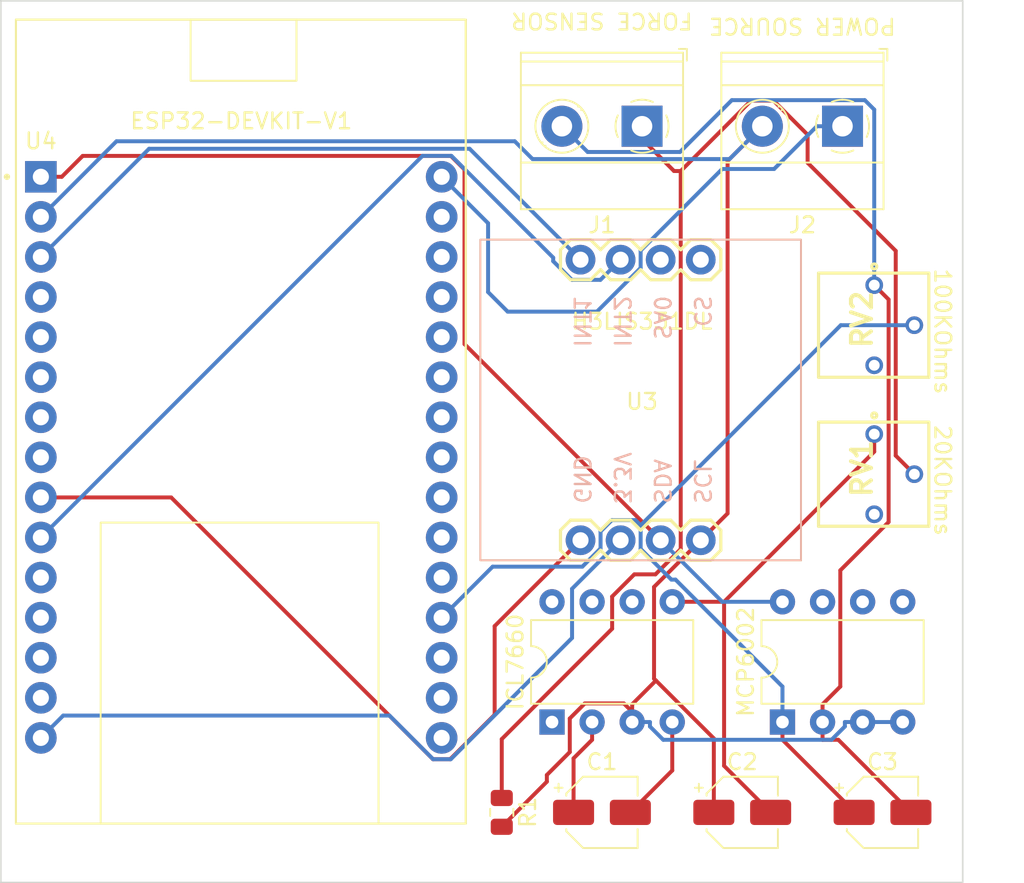
<source format=kicad_pcb>
(kicad_pcb (version 20211014) (generator pcbnew)
  (layers (0 "F.Cu" signal) (31 "B.Cu" signal) (34 "B.Paste" user) (35 "F.Paste" user) (36 "B.SilkS" user "B.Silkscreen") (37 "F.SilkS" user "F.Silkscreen") (38 "B.Mask" user) (39 "F.Mask" user) (44 "Edge.Cuts" user))
  (net 0 "")
  (net 1 "Net-(C1-Pad1)")
  (net 2 "Net-(C1-Pad2)")
  (net 3 "GND")
  (net 4 "Net-(C2-Pad2)")
  (net 5 "Vout")
  (net 6 "Net-(C3-Pad2)")
  (net 7 "Net-(J1-Pad1)")
  (net 10 "SCL")
  (net 11 "MOSI")
  (net 12 "3.3v")
  (net 13 "CS")
  (net 14 "MISO")
  (net 39 "3.3Vin")
  (footprint "Package_DIP:DIP-8_W7.62mm" (layer "F.Cu") (at 141.615 104.13 90)
    (fp_text reference "ICL7660" (at 3.81 -2.33 90) (layer "F.SilkS"))
    (fp_text value "ICL7660")
    (fp_line (start 1.16 8.95) (end 6.46 8.95) (layer "F.SilkS") (width 0.12))
    (fp_line (start 1.16 -1.33) (end 1.16 8.95) (layer "F.SilkS") (width 0.12))
    (fp_line (start 6.46 -1.33) (end 4.81 -1.33) (layer "F.SilkS") (width 0.12))
    (fp_line (start 6.46 8.95) (end 6.46 -1.33) (layer "F.SilkS") (width 0.12))
    (fp_line (start 2.81 -1.33) (end 1.16 -1.33) (layer "F.SilkS") (width 0.12))
    (fp_arc (start 4.81 -1.33) (mid 3.81 -0.33) (end 2.81 -1.33) (layer "F.SilkS") (width 0.12))
    (pad "1" thru_hole rect (at 0 0 90) (size 1.6 1.6) (drill 0.8) (layers *.Cu *.Mask))
    (pad "2" thru_hole oval (at 0 2.54 90) (size 1.6 1.6) (drill 0.8) (layers *.Cu *.Mask) (net 1 "Net-(C1-Pad1)"))
    (pad "3" thru_hole oval (at 0 5.08 90) (size 1.6 1.6) (drill 0.8) (layers *.Cu *.Mask) (net 3 "GND"))
    (pad "4" thru_hole oval (at 0 7.62 90) (size 1.6 1.6) (drill 0.8) (layers *.Cu *.Mask) (net 2 "Net-(C1-Pad2)"))
    (pad "5" thru_hole oval (at 7.62 7.62 90) (size 1.6 1.6) (drill 0.8) (layers *.Cu *.Mask) (net 4 "Net-(C2-Pad2)"))
    (pad "6" thru_hole oval (at 7.62 5.08 90) (size 1.6 1.6) (drill 0.8) (layers *.Cu *.Mask))
    (pad "7" thru_hole oval (at 7.62 2.54 90) (size 1.6 1.6) (drill 0.8) (layers *.Cu *.Mask))
    (pad "8" thru_hole oval (at 7.62 0 90) (size 1.6 1.6) (drill 0.8) (layers *.Cu *.Mask))
  )
  (footprint "TerminalBlock_Phoenix:TerminalBlock_Phoenix_MKDS-1,5-2-5.08_1x02_P5.08mm_Horizontal" (layer "F.Cu") (at 147.32 66.37 180)
    (fp_text reference "J1" (at 2.54 -6.26) (layer "F.SilkS"))
    (fp_text value "Screw_Terminal_01x02")
    (fp_line (start 3.853 1.023) (end 3.806 1.069) (layer "F.SilkS") (width 0.12))
    (fp_line (start -2.6 2.6) (end 7.68 2.6) (layer "F.SilkS") (width 0.12))
    (fp_line (start -2.84 4.9) (end -2.34 4.9) (layer "F.SilkS") (width 0.12))
    (fp_line (start 6.15 -1.275) (end 6.115 -1.239) (layer "F.SilkS") (width 0.12))
    (fp_line (start -2.6 4.1) (end 7.68 4.1) (layer "F.SilkS") (width 0.12))
    (fp_line (start -2.84 4.16) (end -2.84 4.9) (layer "F.SilkS") (width 0.12))
    (fp_line (start -2.6 4.66) (end 7.68 4.66) (layer "F.SilkS") (width 0.12))
    (fp_line (start -2.6 -5.261) (end -2.6 4.66) (layer "F.SilkS") (width 0.12))
    (fp_line (start 4.046 1.239) (end 4.011 1.274) (layer "F.SilkS") (width 0.12))
    (fp_line (start -2.6 -5.261) (end 7.68 -5.261) (layer "F.SilkS") (width 0.12))
    (fp_line (start -2.6 -2.301) (end 7.68 -2.301) (layer "F.SilkS") (width 0.12))
    (fp_line (start 6.355 -1.069) (end 6.308 -1.023) (layer "F.SilkS") (width 0.12))
    (fp_line (start 7.68 -5.261) (end 7.68 4.66) (layer "F.SilkS") (width 0.12))
    (fp_arc (start -1.535427 0.683042) (mid -1.680501 -0.000524) (end -1.535 -0.684) (layer "F.SilkS") (width 0.12))
    (fp_arc (start 1.535427 -0.683042) (mid 1.680501 0.000524) (end 1.535 0.684) (layer "F.SilkS") (width 0.12))
    (fp_arc (start -0.683042 -1.535427) (mid 0.000524 -1.680501) (end 0.684 -1.535) (layer "F.SilkS") (width 0.12))
    (fp_arc (start 0.683318 1.534756) (mid 0.349292 1.643288) (end 0 1.68) (layer "F.SilkS") (width 0.12))
    (fp_arc (start 0.028805 1.680253) (mid -0.335551 1.646659) (end -0.684 1.535) (layer "F.SilkS") (width 0.12))
    (fp_circle (center 5.08 0) (end 6.76 0) (layer "F.SilkS") (width 0.12) (fill none))
    (pad "1" thru_hole rect (at 0 0 180) (size 2.6 2.6) (drill 1.3) (layers *.Cu *.Mask) (net 7 "Net-(J1-Pad1)"))
    (pad "2" thru_hole circle (at 5.08 0 180) (size 2.6 2.6) (drill 1.3) (layers *.Cu *.Mask) (net 6 "Net-(C3-Pad2)"))
  )
  (footprint "Capacitor_SMD:CP_Elec_4x4.5" (layer "F.Cu") (at 144.78 109.855)
    (fp_text reference "C1" (at 0 -3.2) (layer "F.SilkS"))
    (fp_text value "10uF_10V_Polarized_US")
    (fp_line (start -2.26 -1.195563) (end -1.195563 -2.26) (layer "F.SilkS") (width 0.12))
    (fp_line (start -2.75 -1.81) (end -2.75 -1.31) (layer "F.SilkS") (width 0.12))
    (fp_line (start -2.26 1.195563) (end -2.26 1.06) (layer "F.SilkS") (width 0.12))
    (fp_line (start -1.195563 2.26) (end 2.26 2.26) (layer "F.SilkS") (width 0.12))
    (fp_line (start -2.26 1.195563) (end -1.195563 2.26) (layer "F.SilkS") (width 0.12))
    (fp_line (start 2.26 -2.26) (end 2.26 -1.06) (layer "F.SilkS") (width 0.12))
    (fp_line (start -1.195563 -2.26) (end 2.26 -2.26) (layer "F.SilkS") (width 0.12))
    (fp_line (start -2.26 -1.195563) (end -2.26 -1.06) (layer "F.SilkS") (width 0.12))
    (fp_line (start -3 -1.56) (end -2.5 -1.56) (layer "F.SilkS") (width 0.12))
    (fp_line (start 2.26 2.26) (end 2.26 1.06) (layer "F.SilkS") (width 0.12))
    (pad "1" smd roundrect (at -1.8 0) (size 2.6 1.6) (layers "F.Cu" "F.Paste" "F.Mask") (roundrect_rratio 0.15625) (net 1 "Net-(C1-Pad1)"))
    (pad "2" smd roundrect (at 1.8 0) (size 2.6 1.6) (layers "F.Cu" "F.Paste" "F.Mask") (roundrect_rratio 0.15625) (net 2 "Net-(C1-Pad2)"))
  )
  (footprint "Capacitor_SMD:CP_Elec_4x4.5" (layer "F.Cu") (at 153.67 109.855)
    (fp_text reference "C2" (at 0 -3.2) (layer "F.SilkS"))
    (fp_text value "10uF_10V_Polarized_US")
    (fp_line (start 2.26 -2.26) (end 2.26 -1.06) (layer "F.SilkS") (width 0.12))
    (fp_line (start -2.75 -1.81) (end -2.75 -1.31) (layer "F.SilkS") (width 0.12))
    (fp_line (start -1.195563 -2.26) (end 2.26 -2.26) (layer "F.SilkS") (width 0.12))
    (fp_line (start 2.26 2.26) (end 2.26 1.06) (layer "F.SilkS") (width 0.12))
    (fp_line (start -1.195563 2.26) (end 2.26 2.26) (layer "F.SilkS") (width 0.12))
    (fp_line (start -3 -1.56) (end -2.5 -1.56) (layer "F.SilkS") (width 0.12))
    (fp_line (start -2.26 1.195563) (end -2.26 1.06) (layer "F.SilkS") (width 0.12))
    (fp_line (start -2.26 1.195563) (end -1.195563 2.26) (layer "F.SilkS") (width 0.12))
    (fp_line (start -2.26 -1.195563) (end -1.195563 -2.26) (layer "F.SilkS") (width 0.12))
    (fp_line (start -2.26 -1.195563) (end -2.26 -1.06) (layer "F.SilkS") (width 0.12))
    (pad "1" smd roundrect (at -1.8 0) (size 2.6 1.6) (layers "F.Cu" "F.Paste" "F.Mask") (roundrect_rratio 0.15625) (net 3 "GND"))
    (pad "2" smd roundrect (at 1.8 0) (size 2.6 1.6) (layers "F.Cu" "F.Paste" "F.Mask") (roundrect_rratio 0.15625) (net 4 "Net-(C2-Pad2)"))
  )
  (footprint "Capacitor_SMD:CP_Elec_4x4.5" (layer "F.Cu") (at 162.56 109.855)
    (fp_text reference "C3" (at 0 -3.2) (layer "F.SilkS"))
    (fp_text value "47uF_10V_Polarized_US")
    (fp_line (start 2.26 2.26) (end 2.26 1.06) (layer "F.SilkS") (width 0.12))
    (fp_line (start -1.195563 2.26) (end 2.26 2.26) (layer "F.SilkS") (width 0.12))
    (fp_line (start -2.75 -1.81) (end -2.75 -1.31) (layer "F.SilkS") (width 0.12))
    (fp_line (start -3 -1.56) (end -2.5 -1.56) (layer "F.SilkS") (width 0.12))
    (fp_line (start -2.26 -1.195563) (end -2.26 -1.06) (layer "F.SilkS") (width 0.12))
    (fp_line (start 2.26 -2.26) (end 2.26 -1.06) (layer "F.SilkS") (width 0.12))
    (fp_line (start -2.26 1.195563) (end -1.195563 2.26) (layer "F.SilkS") (width 0.12))
    (fp_line (start -2.26 -1.195563) (end -1.195563 -2.26) (layer "F.SilkS") (width 0.12))
    (fp_line (start -1.195563 -2.26) (end 2.26 -2.26) (layer "F.SilkS") (width 0.12))
    (fp_line (start -2.26 1.195563) (end -2.26 1.06) (layer "F.SilkS") (width 0.12))
    (pad "1" smd roundrect (at -1.8 0) (size 2.6 1.6) (layers "F.Cu" "F.Paste" "F.Mask") (roundrect_rratio 0.15625) (net 5 "Vout"))
    (pad "2" smd roundrect (at 1.8 0) (size 2.6 1.6) (layers "F.Cu" "F.Paste" "F.Mask") (roundrect_rratio 0.15625) (net 6 "Net-(C3-Pad2)"))
  )
  (footprint "TerminalBlock_Phoenix:TerminalBlock_Phoenix_MKDS-1,5-2-5.08_1x02_P5.08mm_Horizontal" (layer "F.Cu") (at 160.025 66.37 180)
    (fp_text reference "J2" (at 2.54 -6.26) (layer "F.SilkS"))
    (fp_text value "Screw_Terminal_01x02")
    (fp_line (start 6.355 -1.069) (end 6.308 -1.023) (layer "F.SilkS") (width 0.12))
    (fp_line (start -2.84 4.9) (end -2.34 4.9) (layer "F.SilkS") (width 0.12))
    (fp_line (start -2.6 4.66) (end 7.68 4.66) (layer "F.SilkS") (width 0.12))
    (fp_line (start -2.84 4.16) (end -2.84 4.9) (layer "F.SilkS") (width 0.12))
    (fp_line (start 3.853 1.023) (end 3.806 1.069) (layer "F.SilkS") (width 0.12))
    (fp_line (start 4.046 1.239) (end 4.011 1.274) (layer "F.SilkS") (width 0.12))
    (fp_line (start -2.6 -5.261) (end 7.68 -5.261) (layer "F.SilkS") (width 0.12))
    (fp_line (start -2.6 2.6) (end 7.68 2.6) (layer "F.SilkS") (width 0.12))
    (fp_line (start -2.6 -5.261) (end -2.6 4.66) (layer "F.SilkS") (width 0.12))
    (fp_line (start -2.6 4.1) (end 7.68 4.1) (layer "F.SilkS") (width 0.12))
    (fp_line (start -2.6 -2.301) (end 7.68 -2.301) (layer "F.SilkS") (width 0.12))
    (fp_line (start 6.15 -1.275) (end 6.115 -1.239) (layer "F.SilkS") (width 0.12))
    (fp_line (start 7.68 -5.261) (end 7.68 4.66) (layer "F.SilkS") (width 0.12))
    (fp_arc (start -1.535427 0.683042) (mid -1.680501 -0.000524) (end -1.535 -0.684) (layer "F.SilkS") (width 0.12))
    (fp_arc (start 0.028805 1.680253) (mid -0.335551 1.646659) (end -0.684 1.535) (layer "F.SilkS") (width 0.12))
    (fp_arc (start -0.683042 -1.535427) (mid 0.000524 -1.680501) (end 0.684 -1.535) (layer "F.SilkS") (width 0.12))
    (fp_arc (start 1.535427 -0.683042) (mid 1.680501 0.000524) (end 1.535 0.684) (layer "F.SilkS") (width 0.12))
    (fp_arc (start 0.683318 1.534756) (mid 0.349292 1.643288) (end 0 1.68) (layer "F.SilkS") (width 0.12))
    (fp_circle (center 5.08 0) (end 6.76 0) (layer "F.SilkS") (width 0.12) (fill none))
    (pad "1" thru_hole rect (at 0 0 180) (size 2.6 2.6) (drill 1.3) (layers *.Cu *.Mask) (net 39 "3.3Vin"))
    (pad "2" thru_hole circle (at 5.08 0 180) (size 2.6 2.6) (drill 1.3) (layers *.Cu *.Mask) (net 3 "GND"))
  )
  (footprint "3362P-1-103LF:3362P_1" (layer "F.Cu") (at 158.505 88.422 -90)
    (fp_text reference "RV1" (at -0.36821 -2.74963 90) (layer "F.SilkS") (effects (font (size 1.27 1.27) (thickness 0.254))))
    (fp_text value "20k_Potentiometer" hide)
    (fp_line (start 3.3 -6.99) (end -3.3 -6.99) (layer "F.SilkS") (width 0.2))
    (fp_line (start -3.3 0) (end 3.3 0) (layer "F.SilkS") (width 0.2))
    (fp_line (start -3.3 -6.99) (end -3.3 0) (layer "F.SilkS") (width 0.2))
    (fp_line (start 3.3 0) (end 3.3 -6.99) (layer "F.SilkS") (width 0.2))
    (fp_circle (center -3.722 -3.532) (end -3.722 -3.475) (layer "F.SilkS") (width 0.2) (fill none))
    (pad "1" thru_hole circle (at -2.54 -3.53 270) (size 1.12 1.12) (drill 0.69) (layers *.Cu *.Mask) (net 4 "Net-(C2-Pad2)"))
    (pad "2" thru_hole circle (at 0 -6.07 270) (size 1.12 1.12) (drill 0.69) (layers *.Cu *.Mask) (net 7 "Net-(J1-Pad1)"))
    (pad "3" thru_hole circle (at 2.54 -3.53 270) (size 1.12 1.12) (drill 0.69) (layers *.Cu *.Mask))
  )
  (footprint "3362P-1-103LF:3362P_1" (layer "F.Cu") (at 158.505 78.9795 -90)
    (fp_text reference "RV2" (at -0.36821 -2.74963 90) (layer "F.SilkS") (effects (font (size 1.27 1.27) (thickness 0.254))))
    (fp_text value "100k_Potentiometer" hide)
    (fp_line (start -3.3 0) (end 3.3 0) (layer "F.SilkS") (width 0.2))
    (fp_line (start -3.3 -6.99) (end -3.3 0) (layer "F.SilkS") (width 0.2))
    (fp_line (start 3.3 -6.99) (end -3.3 -6.99) (layer "F.SilkS") (width 0.2))
    (fp_line (start 3.3 0) (end 3.3 -6.99) (layer "F.SilkS") (width 0.2))
    (fp_circle (center -3.722 -3.532) (end -3.722 -3.475) (layer "F.SilkS") (width 0.2) (fill none))
    (pad "1" thru_hole circle (at -2.54 -3.53 270) (size 1.12 1.12) (drill 0.69) (layers *.Cu *.Mask) (net 6 "Net-(C3-Pad2)"))
    (pad "2" thru_hole circle (at 0 -6.07 270) (size 1.12 1.12) (drill 0.69) (layers *.Cu *.Mask) (net 5 "Vout"))
    (pad "3" thru_hole circle (at 2.54 -3.53 270) (size 1.12 1.12) (drill 0.69) (layers *.Cu *.Mask))
  )
  (footprint "Package_DIP:DIP-8_W7.62mm" (layer "F.Cu") (at 156.22 104.13 90)
    (fp_text reference "MCP6002" (at 3.81 -2.33 90) (layer "F.SilkS"))
    (fp_text value "MCP6002-xMC")
    (fp_line (start 1.16 8.95) (end 6.46 8.95) (layer "F.SilkS") (width 0.12))
    (fp_line (start 2.81 -1.33) (end 1.16 -1.33) (layer "F.SilkS") (width 0.12))
    (fp_line (start 1.16 -1.33) (end 1.16 8.95) (layer "F.SilkS") (width 0.12))
    (fp_line (start 6.46 8.95) (end 6.46 -1.33) (layer "F.SilkS") (width 0.12))
    (fp_line (start 6.46 -1.33) (end 4.81 -1.33) (layer "F.SilkS") (width 0.12))
    (fp_arc (start 4.81 -1.33) (mid 3.81 -0.33) (end 2.81 -1.33) (layer "F.SilkS") (width 0.12))
    (pad "1" thru_hole rect (at 0 0 90) (size 1.6 1.6) (drill 0.8) (layers *.Cu *.Mask) (net 5 "Vout"))
    (pad "2" thru_hole oval (at 0 2.54 90) (size 1.6 1.6) (drill 0.8) (layers *.Cu *.Mask) (net 6 "Net-(C3-Pad2)"))
    (pad "3" thru_hole oval (at 0 5.08 90) (size 1.6 1.6) (drill 0.8) (layers *.Cu *.Mask) (net 3 "GND"))
    (pad "4" thru_hole oval (at 0 7.62 90) (size 1.6 1.6) (drill 0.8) (layers *.Cu *.Mask) (net 3 "GND"))
    (pad "5" thru_hole oval (at 7.62 7.62 90) (size 1.6 1.6) (drill 0.8) (layers *.Cu *.Mask))
    (pad "6" thru_hole oval (at 7.62 5.08 90) (size 1.6 1.6) (drill 0.8) (layers *.Cu *.Mask))
    (pad "7" thru_hole oval (at 7.62 2.54 90) (size 1.6 1.6) (drill 0.8) (layers *.Cu *.Mask))
    (pad "8" thru_hole oval (at 7.62 0 90) (size 1.6 1.6) (drill 0.8) (layers *.Cu *.Mask) (net 12 "3.3v"))
  )
  (footprint "ESP32-DEVKIT-V1:MODULE_ESP32_DEVKIT_V1" (layer "F.Cu") (at 121.92 85.09)
    (fp_text reference "U4" (at -12.7 -17.78) (layer "F.SilkS"))
    (fp_text value "ESP32-DEVKIT-V1")
    (fp_line (start -3.211 -25.475) (end 3.5 -25.475) (layer "F.SilkS") (width 0.127))
    (fp_line (start 14.23 -25.475) (end 14.23 25.475) (layer "F.SilkS") (width 0.127))
    (fp_line (start -8.91 25.475) (end 8.78 25.475) (layer "F.SilkS") (width 0.127))
    (fp_line (start -14.28 25.475) (end -8.91 25.475) (layer "F.SilkS") (width 0.127))
    (fp_line (start -14.28 25.475) (end -14.28 -25.475) (layer "F.SilkS") (width 0.127))
    (fp_line (start -14.28 -25.475) (end -3.211 -25.475) (layer "F.SilkS") (width 0.127))
    (fp_line (start 8.78 25.475) (end 14.23 25.475) (layer "F.SilkS") (width 0.127))
    (fp_line (start 14.23 25.475) (end -14.28 25.475) (layer "F.SilkS") (width 0.127))
    (fp_line (start -14.28 25.475) (end -14.28 -25.475) (layer "F.SilkS") (width 0.127))
    (fp_line (start -14.28 -25.475) (end 14.23 -25.475) (layer "F.SilkS") (width 0.127))
    (fp_line (start 3.5 -25.475) (end 14.23 -25.475) (layer "F.SilkS") (width 0.127))
    (fp_line (start 14.23 -25.475) (end 14.23 25.475) (layer "F.SilkS") (width 0.127))
    (fp_rect (start -8.91 25.475) (end 8.7 6.4) (layer "F.SilkS") (width 0.12) (fill none))
    (fp_rect (start -3.211 -25.475) (end 3.5 -21.6) (layer "F.SilkS") (width 0.12) (fill none))
    (fp_circle (center -14.85 -15.515) (end -14.75 -15.515) (layer "F.SilkS") (width 0.2) (fill none))
    (pad "" np_thru_hole circle (at -12.28 23.475) (size 3 3) (drill 3) (layers *.Cu *.Mask))
    (pad "" np_thru_hole circle (at -12.28 -23.475) (size 3 3) (drill 3) (layers *.Cu *.Mask))
    (pad "" np_thru_hole circle (at 12.23 23.475) (size 3 3) (drill 3) (layers *.Cu *.Mask))
    (pad "" np_thru_hole circle (at 12.23 -23.475) (size 3 3) (drill 3) (layers *.Cu *.Mask))
    (pad "1" thru_hole rect (at -12.7 -15.515) (size 2 2) (drill 1.02) (layers *.Cu *.Mask) (net 12 "3.3v"))
    (pad "2" thru_hole circle (at -12.7 -12.975) (size 2 2) (drill 1.02) (layers *.Cu *.Mask) (net 3 "GND"))
    (pad "3" thru_hole circle (at -12.7 -10.435) (size 2 2) (drill 1.02) (layers *.Cu *.Mask) (net 13 "CS"))
    (pad "4" thru_hole circle (at -12.7 -7.895) (size 2 2) (drill 1.02) (layers *.Cu *.Mask))
    (pad "5" thru_hole circle (at -12.7 -5.355) (size 2 2) (drill 1.02) (layers *.Cu *.Mask))
    (pad "6" thru_hole circle (at -12.7 -2.815) (size 2 2) (drill 1.02) (layers *.Cu *.Mask))
    (pad "7" thru_hole circle (at -12.7 -0.275) (size 2 2) (drill 1.02) (layers *.Cu *.Mask))
    (pad "8" thru_hole circle (at -12.7 2.265) (size 2 2) (drill 1.02) (layers *.Cu *.Mask))
    (pad "9" thru_hole circle (at -12.7 4.805) (size 2 2) (drill 1.02) (layers *.Cu *.Mask) (net 10 "SCL"))
    (pad "10" thru_hole circle (at -12.7 7.345) (size 2 2) (drill 1.02) (layers *.Cu *.Mask) (net 14 "MISO"))
    (pad "11" thru_hole circle (at -12.7 9.885) (size 2 2) (drill 1.02) (layers *.Cu *.Mask))
    (pad "12" thru_hole circle (at -12.7 12.425) (size 2 2) (drill 1.02) (layers *.Cu *.Mask))
    (pad "13" thru_hole circle (at -12.7 14.965) (size 2 2) (drill 1.02) (layers *.Cu *.Mask))
    (pad "14" thru_hole circle (at -12.7 17.505) (size 2 2) (drill 1.02) (layers *.Cu *.Mask))
    (pad "15" thru_hole circle (at -12.7 20.045) (size 2 2) (drill 1.02) (layers *.Cu *.Mask) (net 11 "MOSI"))
    (pad "16" thru_hole circle (at 12.7 20.045) (size 2 2) (drill 1.02) (layers *.Cu *.Mask))
    (pad "17" thru_hole circle (at 12.7 17.505) (size 2 2) (drill 1.02) (layers *.Cu *.Mask))
    (pad "18" thru_hole circle (at 12.7 14.965) (size 2 2) (drill 1.02) (layers *.Cu *.Mask))
    (pad "19" thru_hole circle (at 12.7 12.425) (size 2 2) (drill 1.02) (layers *.Cu *.Mask) (net 5 "Vout"))
    (pad "20" thru_hole circle (at 12.7 9.885) (size 2 2) (drill 1.02) (layers *.Cu *.Mask))
    (pad "21" thru_hole circle (at 12.7 7.345) (size 2 2) (drill 1.02) (layers *.Cu *.Mask))
    (pad "22" thru_hole circle (at 12.7 4.805) (size 2 2) (drill 1.02) (layers *.Cu *.Mask))
    (pad "23" thru_hole circle (at 12.7 2.265) (size 2 2) (drill 1.02) (layers *.Cu *.Mask))
    (pad "24" thru_hole circle (at 12.7 -0.275) (size 2 2) (drill 1.02) (layers *.Cu *.Mask))
    (pad "25" thru_hole circle (at 12.7 -2.815) (size 2 2) (drill 1.02) (layers *.Cu *.Mask))
    (pad "26" thru_hole circle (at 12.7 -5.355) (size 2 2) (drill 1.02) (layers *.Cu *.Mask))
    (pad "27" thru_hole circle (at 12.7 -7.895) (size 2 2) (drill 1.02) (layers *.Cu *.Mask))
    (pad "28" thru_hole circle (at 12.7 -10.435) (size 2 2) (drill 1.02) (layers *.Cu *.Mask))
    (pad "29" thru_hole circle (at 12.7 -12.975) (size 2 2) (drill 1.02) (layers *.Cu *.Mask))
    (pad "30" thru_hole circle (at 12.7 -15.515) (size 2 2) (drill 1.02) (layers *.Cu *.Mask) (net 39 "3.3Vin"))
  )
  (footprint "SparkFun_Tri_Axis_Accel_Breakout-H3LIS331DL_1:SparkFun_Tri_Axis_Accel_Breakout-H3LIS331DL" (layer "F.Cu") (at 147.32 83.82)
    (fp_text reference "U3" (at 0 0 unlocked) (layer "F.SilkS"))
    (fp_text value "SparkFun_SEN-14480_H3LIS331DL")
    (fp_text user "INT1" (at -3.81 -5.08 270 unlocked) (layer "B.SilkS") (effects (justify mirror)))
    (fp_text user "SDA" (at 1.27 5.05619 270 unlocked) (layer "B.SilkS") (effects (justify mirror)))
    (fp_text user "3.3V" (at -1.27 4.841905 270 unlocked) (layer "B.SilkS") (effects (justify mirror)))
    (fp_text user "GND" (at -3.81 4.937143 270 unlocked) (layer "B.SilkS") (effects (justify mirror)))
    (fp_text user "SA0" (at 1.27 -5.318095 270 unlocked) (layer "B.SilkS") (effects (justify mirror)))
    (fp_text user "INT2" (at -1.27 -5.08 270 unlocked) (layer "B.SilkS") (effects (justify mirror)))
    (fp_text user "CS" (at 3.81 -5.722857 270 unlocked) (layer "B.SilkS") (effects (justify mirror)))
    (fp_text user "SCL" (at 3.81 5.08 270 unlocked) (layer "B.SilkS") (effects (justify mirror)))
    (fp_text user "H3LIS331DL" (at 0 -5.08 unlocked) (layer "F.SilkS"))
    (fp_rect (start 10.0711 10.0584) (end -10.2489 -10.2616) (layer "B.SilkS") (width 0.12) (fill none))
    (fp_line (start 2.4511 -8.3566) (end 1.8161 -7.7216) (layer "F.SilkS") (width 0.2032))
    (fp_line (start -4.5339 7.5184) (end -5.1689 8.1534) (layer "F.SilkS") (width 0.2032))
    (fp_line (start 0.5461 -7.7216) (end -0.0889 -8.3566) (layer "F.SilkS") (width 0.2032))
    (fp_line (start 1.8161 10.0584) (end 0.5461 10.0584) (layer "F.SilkS") (width 0.2032))
    (fp_line (start -3.2639 -7.7216) (end -4.5339 -7.7216) (layer "F.SilkS") (width 0.2032))
    (fp_line (start 1.8161 -7.7216) (end 0.5461 -7.7216) (layer "F.SilkS") (width 0.2032))
    (fp_line (start 3.0861 -10.2616) (end 2.4511 -9.6266) (layer "F.SilkS") (width 0.2032))
    (fp_line (start 4.9911 -8.3566) (end 4.3561 -7.7216) (layer "F.SilkS") (width 0.2032))
    (fp_line (start -0.7239 10.0584) (end -1.9939 10.0584) (layer "F.SilkS") (width 0.2032))
    (fp_line (start -2.6289 8.1534) (end -1.9939 7.5184) (layer "F.SilkS") (width 0.2032))
    (fp_line (start 4.3561 -10.2616) (end 4.9911 -9.6266) (layer "F.SilkS") (width 0.2032))
    (fp_line (start -4.5339 -10.2616) (end -5.1689 -9.6266) (layer "F.SilkS") (width 0.2032))
    (fp_line (start -0.7239 -10.2616) (end -0.0889 -9.6266) (layer "F.SilkS") (width 0.2032))
    (fp_line (start 0.5461 7.5184) (end 1.8161 7.5184) (layer "F.SilkS") (width 0.2032))
    (fp_line (start -1.9939 -10.2616) (end -0.7239 -10.2616) (layer "F.SilkS") (width 0.2032))
    (fp_line (start -1.9939 7.5184) (end -0.7239 7.5184) (layer "F.SilkS") (width 0.2032))
    (fp_line (start -3.2639 10.0584) (end -4.5339 10.0584) (layer "F.SilkS") (width 0.2032))
    (fp_line (start 2.4511 9.4234) (end 1.8161 10.0584) (layer "F.SilkS") (width 0.2032))
    (fp_line (start 3.0861 7.5184) (end 4.3561 7.5184) (layer "F.SilkS") (width 0.2032))
    (fp_line (start -3.2639 -10.2616) (end -2.6289 -9.6266) (layer "F.SilkS") (width 0.2032))
    (fp_line (start 4.3561 -7.7216) (end 3.0861 -7.7216) (layer "F.SilkS") (width 0.2032))
    (fp_line (start -5.1689 8.1534) (end -5.1689 9.4234) (layer "F.SilkS") (width 0.2032))
    (fp_line (start 4.3561 7.5184) (end 4.9911 8.1534) (layer "F.SilkS") (width 0.2032))
    (fp_line (start 4.9911 9.4234) (end 4.3561 10.0584) (layer "F.SilkS") (width 0.2032))
    (fp_line (start -0.7239 7.5184) (end -0.0889 8.1534) (layer "F.SilkS") (width 0.2032))
    (fp_line (start -0.0889 -8.3566) (end -0.7239 -7.7216) (layer "F.SilkS") (width 0.2032))
    (fp_line (start 4.3561 10.0584) (end 3.0861 10.0584) (layer "F.SilkS") (width 0.2032))
    (fp_line (start -4.5339 7.5184) (end -3.2639 7.5184) (layer "F.SilkS") (width 0.2032))
    (fp_line (start 1.8161 -10.2616) (end 2.4511 -9.6266) (layer "F.SilkS") (width 0.2032))
    (fp_line (start 2.4511 -8.3566) (end 3.0861 -7.7216) (layer "F.SilkS") (width 0.2032))
    (fp_line (start -0.0889 9.4234) (end -0.7239 10.0584) (layer "F.SilkS") (width 0.2032))
    (fp_line (start -5.1689 -8.3566) (end -4.5339 -7.7216) (layer "F.SilkS") (width 0.2032))
    (fp_line (start 1.8161 7.5184) (end 2.4511 8.1534) (layer "F.SilkS") (width 0.2032))
    (fp_line (start -0.0889 -9.6266) (end 0.5461 -10.2616) (layer "F.SilkS") (width 0.2032))
    (fp_line (start 3.0861 -10.2616) (end 4.3561 -10.2616) (layer "F.SilkS") (width 0.2032))
    (fp_line (start -0.0889 8.1534) (end 0.5461 7.5184) (layer "F.SilkS") (width 0.2032))
    (fp_line (start -2.6289 -9.6266) (end -1.9939 -10.2616) (layer "F.SilkS") (width 0.2032))
    (fp_line (start 4.9911 -9.6266) (end 4.9911 -8.3566) (layer "F.SilkS") (width 0.2032))
    (fp_line (start -2.6289 -8.3566) (end -3.2639 -7.7216) (layer "F.SilkS") (width 0.2032))
    (fp_line (start -0.7239 -7.7216) (end -1.9939 -7.7216) (layer "F.SilkS") (width 0.2032))
    (fp_line (start 0.5461 -10.2616) (end 1.8161 -10.2616) (layer "F.SilkS") (width 0.2032))
    (fp_line (start 3.0861 7.5184) (end 2.4511 8.1534) (layer "F.SilkS") (width 0.2032))
    (fp_line (start -2.6289 9.4234) (end -3.2639 10.0584) (layer "F.SilkS") (width 0.2032))
    (fp_line (start -1.9939 -7.7216) (end -2.6289 -8.3566) (layer "F.SilkS") (width 0.2032))
    (fp_line (start -5.1689 9.4234) (end -4.5339 10.0584) (layer "F.SilkS") (width 0.2032))
    (fp_line (start -1.9939 10.0584) (end -2.6289 9.4234) (layer "F.SilkS") (width 0.2032))
    (fp_line (start -3.2639 7.5184) (end -2.6289 8.1534) (layer "F.SilkS") (width 0.2032))
    (fp_line (start 2.4511 9.4234) (end 3.0861 10.0584) (layer "F.SilkS") (width 0.2032))
    (fp_line (start 0.5461 10.0584) (end -0.0889 9.4234) (layer "F.SilkS") (width 0.2032))
    (fp_line (start 4.9911 8.1534) (end 4.9911 9.4234) (layer "F.SilkS") (width 0.2032))
    (fp_line (start -5.1689 -9.6266) (end -5.1689 -8.3566) (layer "F.SilkS") (width 0.2032))
    (fp_line (start -4.5339 -10.2616) (end -3.2639 -10.2616) (layer "F.SilkS") (width 0.2032))
    (fp_rect (start 10.0711 10.0584) (end -10.2489 -10.2616) (layer "F.SilkS") (width 0.12) (fill none))
    (pad "" np_thru_hole circle (at 7.5311 7.5184) (size 3.302 3.302) (drill 3.302) (layers *.Cu *.Mask))
    (pad "" np_thru_hole circle (at -7.7089 7.5184) (size 3.302 3.302) (drill 3.302) (layers *.Cu *.Mask))
    (pad "" np_thru_hole circle (at -7.7089 -7.7216) (size 3.302 3.302) (drill 3.302) (layers *.Cu *.Mask))
    (pad "" np_thru_hole circle (at 7.5311 -7.7216) (size 3.302 3.302) (drill 3.302) (layers *.Cu *.Mask))
    (pad "1" thru_hole circle (at -3.8989 8.7884 90) (size 1.8796 1.8796) (drill 1.016) (layers *.Cu *.Mask) (net 10 "SCL"))
    (pad "2" thru_hole circle (at -1.3589 8.7884 90) (size 1.8796 1.8796) (drill 1.016) (layers *.Cu *.Mask) (net 11 "MOSI"))
    (pad "3" thru_hole circle (at 1.1811 8.7884 90) (size 1.8796 1.8796) (drill 1.016) (layers *.Cu *.Mask) (net 12 "3.3v"))
    (pad "4" thru_hole circle (at 3.7211 8.7884 90) (size 1.8796 1.8796) (drill 1.016) (layers *.Cu *.Mask) (net 3 "GND"))
    (pad "5" thru_hole circle (at 3.7211 -8.9916 90) (size 1.8796 1.8796) (drill 1.016) (layers *.Cu *.Mask))
    (pad "6" thru_hole circle (at 1.1811 -8.9916 90) (size 1.8796 1.8796) (drill 1.016) (layers *.Cu *.Mask))
    (pad "7" thru_hole circle (at -1.3589 -8.9916 90) (size 1.8796 1.8796) (drill 1.016) (layers *.Cu *.Mask) (net 14 "MISO"))
    (pad "8" thru_hole circle (at -3.8989 -8.9916 90) (size 1.8796 1.8796) (drill 1.016) (layers *.Cu *.Mask) (net 13 "CS"))
  )
  (footprint "Resistor_SMD:R_0805_2012Metric" (layer "F.Cu") (at 138.43 109.855 -90)
    (fp_text reference "R1" (at 0 -1.65 -270) (layer "F.SilkS"))
    (fp_text value "1k")
    (fp_line (start -0.227064 -0.735) (end 0.227064 -0.735) (layer "F.SilkS") (width 0.12))
    (fp_line (start -0.227064 0.735) (end 0.227064 0.735) (layer "F.SilkS") (width 0.12))
    (pad "1" smd roundrect (at -0.9125 0 270) (size 1.025 1.4) (layers "F.Cu" "F.Paste" "F.Mask") (roundrect_rratio 0.243902) (net 7 "Net-(J1-Pad1)"))
    (pad "2" smd roundrect (at 0.9125 0 270) (size 1.025 1.4) (layers "F.Cu" "F.Paste" "F.Mask") (roundrect_rratio 0.243902) (net 3 "GND"))
  )
  (gr_rect (start 106.68 58.42) (end 167.64 114.3) (layer "Edge.Cuts") (width 0.1) (fill none))
  (gr_text "POWER SOURCE" (at 157.48 60.02 180) (layer "F.SilkS") (effects (font (size 1 1))))
  (gr_text "20KOhms" (at 166.37 88.81746 270) (layer "F.SilkS") (effects (font (size 1 1))))
  (gr_text "ESP32-DEVKIT-V1" (at 121.92 66.04) (layer "F.SilkS") (effects (font (size 1 1))))
  (gr_text "FORCE SENSOR" (at 144.775 59.69 180) (layer "F.SilkS") (effects (font (size 1 1))))
  (gr_text "100KOhms" (at 166.37 79.375 270) (layer "F.SilkS") (effects (font (size 1 1))))
  (segment (start 144.155 104.13) (end 144.155 105.2553) (width 0.25) (layer "F.Cu") (net 1))
  (segment (start 142.98 106.4303) (end 144.155 105.2553) (width 0.25) (layer "F.Cu") (net 1))
  (segment (start 142.98 109.855) (end 142.98 106.4303) (width 0.25) (layer "F.Cu") (net 1))
  (segment (start 149.235 107.2) (end 149.235 104.13) (width 0.25) (layer "F.Cu") (net 2))
  (segment (start 146.58 109.855) (end 149.235 107.2) (width 0.25) (layer "F.Cu") (net 2))
  (segment (start 143.6965 102.9483) (end 146.1645 102.9483) (width 0.25) (layer "F.Cu") (net 3))
  (segment (start 142.7404 103.9044) (end 143.6965 102.9483) (width 0.25) (layer "F.Cu") (net 3))
  (segment (start 141.2872 107.9103) (end 141.2872 107.4862) (width 0.25) (layer "F.Cu") (net 3))
  (segment (start 146.695 104.13) (end 146.695 103.4788) (width 0.25) (layer "F.Cu") (net 3))
  (segment (start 146.695 103.4788) (end 146.695 103.0047) (width 0.25) (layer "F.Cu") (net 3))
  (segment (start 148.198 101.5017) (end 148.2021 101.5017) (width 0.25) (layer "F.Cu") (net 3))
  (segment (start 148.0815 95.568) (end 151.0411 92.6084) (width 0.25) (layer "F.Cu") (net 3))
  (segment (start 148.2021 101.5017) (end 151.87 105.1696) (width 0.25) (layer "F.Cu") (net 3))
  (segment (start 146.1645 102.9483) (end 146.695 103.4788) (width 0.25) (layer "F.Cu") (net 3))
  (segment (start 151.87 105.1696) (end 151.87 109.855) (width 0.25) (layer "F.Cu") (net 3))
  (segment (start 148.0815 101.3852) (end 148.0815 95.568) (width 0.25) (layer "F.Cu") (net 3))
  (segment (start 148.198 101.5017) (end 148.0815 101.3852) (width 0.25) (layer "F.Cu") (net 3))
  (segment (start 151.0411 92.6084) (end 152.7417 90.9078) (width 0.25) (layer "F.Cu") (net 3))
  (segment (start 142.7404 106.033) (end 142.7404 103.9044) (width 0.25) (layer "F.Cu") (net 3))
  (segment (start 141.2872 107.4862) (end 142.7404 106.033) (width 0.25) (layer "F.Cu") (net 3))
  (segment (start 152.7417 90.9078) (end 152.7417 68.5733) (width 0.25) (layer "F.Cu") (net 3))
  (segment (start 146.695 103.0047) (end 148.198 101.5017) (width 0.25) (layer "F.Cu") (net 3))
  (segment (start 138.43 110.7675) (end 141.2872 107.9103) (width 0.25) (layer "F.Cu") (net 3))
  (segment (start 152.7417 68.5733) (end 154.945 66.37) (width 0.25) (layer "F.Cu") (net 3))
  (segment (start 148.6643 105.2553) (end 159.3308 105.2553) (width 0.25) (layer "B.Cu") (net 3))
  (segment (start 109.22 72.115) (end 114.0127 67.3223) (width 0.25) (layer "B.Cu") (net 3))
  (segment (start 160.1747 104.4114) (end 160.1747 104.13) (width 0.25) (layer "B.Cu") (net 3))
  (segment (start 152.8629 68.4521) (end 154.945 66.37) (width 0.25) (layer "B.Cu") (net 3))
  (segment (start 140.382 68.4521) (end 152.8629 68.4521) (width 0.25) (layer "B.Cu") (net 3))
  (segment (start 161.3 104.13) (end 160.1747 104.13) (width 0.25) (layer "B.Cu") (net 3))
  (segment (start 147.8203 104.4113) (end 148.6643 105.2553) (width 0.25) (layer "B.Cu") (net 3))
  (segment (start 147.8203 104.13) (end 147.8203 104.4113) (width 0.25) (layer "B.Cu") (net 3))
  (segment (start 159.3308 105.2553) (end 160.1747 104.4114) (width 0.25) (layer "B.Cu") (net 3))
  (segment (start 114.0127 67.3223) (end 139.2522 67.3223) (width 0.25) (layer "B.Cu") (net 3))
  (segment (start 139.2522 67.3223) (end 140.382 68.4521) (width 0.25) (layer "B.Cu") (net 3))
  (segment (start 146.695 104.13) (end 147.8203 104.13) (width 0.25) (layer "B.Cu") (net 3))
  (segment (start 163.84 104.13) (end 161.3 104.13) (width 0.25) (layer "B.Cu") (net 3))
  (segment (start 155.47 109.855) (end 152.5198 106.9048) (width 0.25) (layer "F.Cu") (net 4))
  (segment (start 162.035 85.882) (end 162.035 86.9948) (width 0.25) (layer "F.Cu") (net 4))
  (segment (start 162.035 86.9948) (end 152.5198 96.51) (width 0.25) (layer "F.Cu") (net 4))
  (segment (start 152.5198 106.9048) (end 152.5198 96.51) (width 0.25) (layer "F.Cu") (net 4))
  (segment (start 152.5198 96.51) (end 149.235 96.51) (width 0.25) (layer "F.Cu") (net 4))
  (segment (start 156.22 105.2553) (end 160.76 109.7953) (width 0.25) (layer "F.Cu") (net 5))
  (segment (start 160.76 109.7953) (end 160.76 109.855) (width 0.25) (layer "F.Cu") (net 5))
  (segment (start 156.22 104.13) (end 156.22 105.2553) (width 0.25) (layer "F.Cu") (net 5))
  (segment (start 134.62 97.515) (end 137.8517 94.2833) (width 0.25) (layer "B.Cu") (net 5))
  (segment (start 149.18 95.1046) (end 149.4422 95.1046) (width 0.25) (layer "B.Cu") (net 5))
  (segment (start 137.8517 94.2833) (end 143.5355 94.2833) (width 0.25) (layer "B.Cu") (net 5))
  (segment (start 156.22 101.8824) (end 156.22 104.13) (width 0.25) (layer "B.Cu") (net 5))
  (segment (start 159.9164 78.9795) (end 147.2311 91.6648) (width 0.25) (layer "B.Cu") (net 5))
  (segment (start 164.575 78.9795) (end 159.9164 78.9795) (width 0.25) (layer "B.Cu") (net 5))
  (segment (start 146.8995 91.3332) (end 147.2311 91.6648) (width 0.25) (layer "B.Cu") (net 5))
  (segment (start 147.2311 91.6648) (end 147.2311 93.1557) (width 0.25) (layer "B.Cu") (net 5))
  (segment (start 144.6911 93.1277) (end 144.6911 92.0497) (width 0.25) (layer "B.Cu") (net 5))
  (segment (start 147.2311 93.1557) (end 149.18 95.1046) (width 0.25) (layer "B.Cu") (net 5))
  (segment (start 145.4076 91.3332) (end 146.8995 91.3332) (width 0.25) (layer "B.Cu") (net 5))
  (segment (start 143.5355 94.2833) (end 144.6911 93.1277) (width 0.25) (layer "B.Cu") (net 5))
  (segment (start 144.6911 92.0497) (end 145.4076 91.3332) (width 0.25) (layer "B.Cu") (net 5))
  (segment (start 149.4422 95.1046) (end 156.22 101.8824) (width 0.25) (layer "B.Cu") (net 5))
  (segment (start 162.9475 77.352) (end 162.9475 91.4543) (width 0.25) (layer "F.Cu") (net 6))
  (segment (start 159.8853 94.5165) (end 159.8853 101.8794) (width 0.25) (layer "F.Cu") (net 6))
  (segment (start 162.035 76.4395) (end 162.9475 77.352) (width 0.25) (layer "F.Cu") (net 6))
  (segment (start 159.7603 105.2553) (end 158.76 105.2553) (width 0.25) (layer "F.Cu") (net 6))
  (segment (start 162.9475 91.4543) (end 159.8853 94.5165) (width 0.25) (layer "F.Cu") (net 6))
  (segment (start 158.76 104.13) (end 158.76 103.0047) (width 0.25) (layer "F.Cu") (net 6))
  (segment (start 158.76 104.13) (end 158.76 105.2553) (width 0.25) (layer "F.Cu") (net 6))
  (segment (start 159.8853 101.8794) (end 158.76 103.0047) (width 0.25) (layer "F.Cu") (net 6))
  (segment (start 164.36 109.855) (end 159.7603 105.2553) (width 0.25) (layer "F.Cu") (net 6))
  (segment (start 162.035 65.3155) (end 162.035 76.4395) (width 0.25) (layer "B.Cu") (net 6))
  (segment (start 161.4367 64.7172) (end 162.035 65.3155) (width 0.25) (layer "B.Cu") (net 6))
  (segment (start 149.7261 68.0018) (end 153.0107 64.7172) (width 0.25) (layer "B.Cu") (net 6))
  (segment (start 143.8718 68.0018) (end 149.7261 68.0018) (width 0.25) (layer "B.Cu") (net 6))
  (segment (start 142.24 66.37) (end 143.8718 68.0018) (width 0.25) (layer "B.Cu") (net 6))
  (segment (start 153.0107 64.7172) (end 161.4367 64.7172) (width 0.25) (layer "B.Cu") (net 6))
  (segment (start 149.7711 93.1695) (end 149.7711 69.2099) (width 0.25) (layer "F.Cu") (net 7))
  (segment (start 149.3473 69.2099) (end 147.32 67.1826) (width 0.25) (layer "F.Cu") (net 7))
  (segment (start 163.3979 74.27) (end 163.3979 87.2449) (width 0.25) (layer "F.Cu") (net 7))
  (segment (start 138.43 105.2106) (end 145.425 98.2156) (width 0.25) (layer "F.Cu") (net 7))
  (segment (start 138.43 108.9425) (end 138.43 105.2106) (width 0.25) (layer "F.Cu") (net 7))
  (segment (start 149.7711 69.2099) (end 154.2364 64.7446) (width 0.25) (layer "F.Cu") (net 7))
  (segment (start 147.32 66.37) (end 147.32 67.1826) (width 0.25) (layer "F.Cu") (net 7))
  (segment (start 145.425 98.2156) (end 145.425 96.1753) (width 0.25) (layer "F.Cu") (net 7))
  (segment (start 163.3979 87.2449) (end 164.575 88.422) (width 0.25) (layer "F.Cu") (net 7))
  (segment (start 146.8302 94.7701) (end 148.1705 94.7701) (width 0.25) (layer "F.Cu") (net 7))
  (segment (start 148.1705 94.7701) (end 149.7711 93.1695) (width 0.25) (layer "F.Cu") (net 7))
  (segment (start 157.8131 68.6852) (end 163.3979 74.27) (width 0.25) (layer "F.Cu") (net 7))
  (segment (start 157.8131 66.9069) (end 157.8131 68.6852) (width 0.25) (layer "F.Cu") (net 7))
  (segment (start 155.6508 64.7446) (end 157.8131 66.9069) (width 0.25) (layer "F.Cu") (net 7))
  (segment (start 149.7711 69.2099) (end 149.3473 69.2099) (width 0.25) (layer "F.Cu") (net 7))
  (segment (start 154.2364 64.7446) (end 155.6508 64.7446) (width 0.25) (layer "F.Cu") (net 7))
  (segment (start 145.425 96.1753) (end 146.8302 94.7701) (width 0.25) (layer "F.Cu") (net 7))
  (segment (start 135.1595 106.4859) (end 134.0676 106.4859) (width 0.25) (layer "F.Cu") (net 10))
  (segment (start 137.9796 98.0499) (end 137.9796 103.6658) (width 0.25) (layer "F.Cu") (net 10))
  (segment (start 137.9796 103.6658) (end 135.1595 106.4859) (width 0.25) (layer "F.Cu") (net 10))
  (segment (start 117.4767 89.895) (end 109.22 89.895) (width 0.25) (layer "F.Cu") (net 10))
  (segment (start 134.0676 106.4859) (end 117.4767 89.895) (width 0.25) (layer "F.Cu") (net 10))
  (segment (start 143.4211 92.6084) (end 137.9796 98.0499) (width 0.25) (layer "F.Cu") (net 10))
  (segment (start 110.6352 103.7198) (end 109.22 105.135) (width 0.25) (layer "B.Cu") (net 11))
  (segment (start 135.1991 106.4859) (end 134.0799 106.4859) (width 0.25) (layer "B.Cu") (net 11))
  (segment (start 142.885 95.6845) (end 142.885 98.8) (width 0.25) (layer "B.Cu") (net 11))
  (segment (start 145.9611 92.6084) (end 142.885 95.6845) (width 0.25) (layer "B.Cu") (net 11))
  (segment (start 142.885 98.8) (end 135.1991 106.4859) (width 0.25) (layer "B.Cu") (net 11))
  (segment (start 131.3138 103.7198) (end 110.6352 103.7198) (width 0.25) (layer "B.Cu") (net 11))
  (segment (start 134.0799 106.4859) (end 131.3138 103.7198) (width 0.25) (layer "B.Cu") (net 11))
  (segment (start 135.203 68.2497) (end 111.8706 68.2497) (width 0.25) (layer "F.Cu") (net 12))
  (segment (start 136.0664 80.1737) (end 136.0664 69.1131) (width 0.25) (layer "F.Cu") (net 12))
  (segment (start 109.22 69.575) (end 110.5453 69.575) (width 0.25) (layer "F.Cu") (net 12))
  (segment (start 111.8706 68.2497) (end 110.5453 69.575) (width 0.25) (layer "F.Cu") (net 12))
  (segment (start 136.0664 69.1131) (end 135.203 68.2497) (width 0.25) (layer "F.Cu") (net 12))
  (segment (start 148.5011 92.6084) (end 136.0664 80.1737) (width 0.25) (layer "F.Cu") (net 12))
  (segment (start 152.4027 96.51) (end 156.22 96.51) (width 0.25) (layer "B.Cu") (net 12))
  (segment (start 148.5011 92.6084) (end 152.4027 96.51) (width 0.25) (layer "B.Cu") (net 12))
  (segment (start 109.22 74.655) (end 116.077 67.798) (width 0.25) (layer "B.Cu") (net 13))
  (segment (start 136.3907 67.798) (end 143.4211 74.8284) (width 0.25) (layer "B.Cu") (net 13))
  (segment (start 116.077 67.798) (end 136.3907 67.798) (width 0.25) (layer "B.Cu") (net 13))
  (segment (start 144.6838 76.1057) (end 142.8723 76.1057) (width 0.25) (layer "B.Cu") (net 14))
  (segment (start 135.2391 68.2484) (end 133.4066 68.2484) (width 0.25) (layer "B.Cu") (net 14))
  (segment (start 133.4066 68.2484) (end 109.22 92.435) (width 0.25) (layer "B.Cu") (net 14))
  (segment (start 142.8723 76.1057) (end 141.6899 74.9233) (width 0.25) (layer "B.Cu") (net 14))
  (segment (start 141.6899 74.9233) (end 141.6899 74.6992) (width 0.25) (layer "B.Cu") (net 14))
  (segment (start 145.9611 74.8284) (end 144.6838 76.1057) (width 0.25) (layer "B.Cu") (net 14))
  (segment (start 141.6899 74.6992) (end 135.2391 68.2484) (width 0.25) (layer "B.Cu") (net 14))
  (segment (start 147.2311 75.3496) (end 147.2311 74.2478) (width 0.25) (layer "B.Cu") (net 39))
  (segment (start 138.8042 78.1211) (end 144.4596 78.1211) (width 0.25) (layer "B.Cu") (net 39))
  (segment (start 147.2311 74.2478) (end 152.399 69.0799) (width 0.25) (layer "B.Cu") (net 39))
  (segment (start 152.399 69.0799) (end 155.6898 69.0799) (width 0.25) (layer "B.Cu") (net 39))
  (segment (start 160.025 66.37) (end 158.3997 66.37) (width 0.25) (layer "B.Cu") (net 39))
  (segment (start 144.4596 78.1211) (end 147.2311 75.3496) (width 0.25) (layer "B.Cu") (net 39))
  (segment (start 155.6898 69.0799) (end 158.3997 66.37) (width 0.25) (layer "B.Cu") (net 39))
  (segment (start 134.62 69.575) (end 137.563 72.518) (width 0.25) (layer "B.Cu") (net 39))
  (segment (start 137.563 72.518) (end 137.563 76.8799) (width 0.25) (layer "B.Cu") (net 39))
  (segment (start 137.563 76.8799) (end 138.8042 78.1211) (width 0.25) (layer "B.Cu") (net 39))
)
</source>
